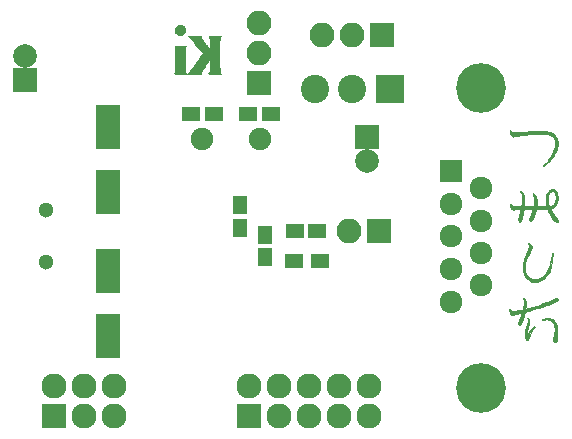
<source format=gbs>
G04 #@! TF.GenerationSoftware,KiCad,Pcbnew,(2017-05-12 revision b823d0b78)-makepkg*
G04 #@! TF.CreationDate,2017-05-13T13:58:34+02:00*
G04 #@! TF.ProjectId,avrIspMk2Clone,6176724973704D6B32436C6F6E652E6B,1.0*
G04 #@! TF.FileFunction,Soldermask,Bot*
G04 #@! TF.FilePolarity,Negative*
%FSLAX46Y46*%
G04 Gerber Fmt 4.6, Leading zero omitted, Abs format (unit mm)*
G04 Created by KiCad (PCBNEW (2017-05-12 revision b823d0b78)-makepkg) date 05/13/17 13:58:34*
%MOMM*%
%LPD*%
G01*
G04 APERTURE LIST*
%ADD10C,0.100000*%
%ADD11C,0.010000*%
%ADD12O,2.100000X2.100000*%
%ADD13R,2.100000X2.100000*%
%ADD14O,2.127200X2.127200*%
%ADD15R,2.127200X2.127200*%
%ADD16C,1.900000*%
%ADD17R,2.000000X2.000000*%
%ADD18C,2.000000*%
%ADD19R,2.100000X3.700000*%
%ADD20C,4.210000*%
%ADD21R,1.920000X1.920000*%
%ADD22C,1.920000*%
%ADD23C,1.300000*%
%ADD24C,2.400000*%
%ADD25R,2.400000X2.400000*%
%ADD26R,1.600000X1.150000*%
%ADD27R,1.150000X1.600000*%
%ADD28R,1.600000X1.300000*%
G04 APERTURE END LIST*
D10*
D11*
G36*
X97747253Y-88036400D02*
X97201941Y-88036400D01*
X97400721Y-88237787D01*
X97730429Y-88600691D01*
X97944849Y-88874815D01*
X98023297Y-88978400D01*
X98117856Y-89098529D01*
X98217950Y-89222202D01*
X98313002Y-89336419D01*
X98392434Y-89428181D01*
X98417532Y-89455760D01*
X98498964Y-89543212D01*
X98429006Y-89634356D01*
X98293564Y-89823604D01*
X98206022Y-89963050D01*
X98151152Y-90045286D01*
X98089876Y-90124612D01*
X98084727Y-90130607D01*
X98015778Y-90213581D01*
X97935253Y-90316137D01*
X97852058Y-90426288D01*
X97775098Y-90532047D01*
X97713281Y-90621425D01*
X97677624Y-90678547D01*
X97642543Y-90731596D01*
X97584014Y-90810062D01*
X97512180Y-90901252D01*
X97437185Y-90992472D01*
X97369172Y-91071032D01*
X97332800Y-91110020D01*
X97308911Y-91136081D01*
X97266637Y-91183406D01*
X97258523Y-91192570D01*
X97196945Y-91262200D01*
X98323400Y-91262200D01*
X98323400Y-91183923D01*
X98340163Y-91107395D01*
X98387393Y-91002149D01*
X98460507Y-90876239D01*
X98554919Y-90737716D01*
X98642458Y-90623533D01*
X98713732Y-90531313D01*
X98779053Y-90440269D01*
X98826223Y-90367535D01*
X98832329Y-90356833D01*
X98872371Y-90290434D01*
X98907658Y-90242284D01*
X98916301Y-90233500D01*
X98950862Y-90194816D01*
X98991085Y-90138250D01*
X99028774Y-90090093D01*
X99059285Y-90068487D01*
X99060586Y-90068400D01*
X99069462Y-90093091D01*
X99076582Y-90164381D01*
X99081736Y-90278092D01*
X99084717Y-90430044D01*
X99085400Y-90564961D01*
X99084716Y-90744263D01*
X99082305Y-90880270D01*
X99077625Y-90980475D01*
X99070137Y-91052369D01*
X99059302Y-91103443D01*
X99044579Y-91141188D01*
X99043756Y-91142811D01*
X99008283Y-91202491D01*
X98976777Y-91240618D01*
X98973906Y-91242761D01*
X98989403Y-91248323D01*
X99048753Y-91253262D01*
X99145014Y-91257312D01*
X99271241Y-91260207D01*
X99420489Y-91261682D01*
X99472206Y-91261811D01*
X99998711Y-91262200D01*
X99969032Y-91192350D01*
X99940859Y-91133758D01*
X99918776Y-91098370D01*
X99914943Y-91069142D01*
X99911343Y-90993781D01*
X99908041Y-90876951D01*
X99905104Y-90723317D01*
X99902601Y-90537546D01*
X99900596Y-90324302D01*
X99899158Y-90088251D01*
X99898353Y-89834059D01*
X99898201Y-89662290D01*
X99898259Y-89358311D01*
X99898530Y-89100912D01*
X99899154Y-88885874D01*
X99900274Y-88708978D01*
X99902031Y-88566004D01*
X99904567Y-88452733D01*
X99908024Y-88364945D01*
X99912543Y-88298421D01*
X99918267Y-88248941D01*
X99925338Y-88212286D01*
X99933896Y-88184237D01*
X99944084Y-88160574D01*
X99949001Y-88150699D01*
X99979756Y-88088869D01*
X99997810Y-88049660D01*
X99999801Y-88043729D01*
X99975665Y-88041507D01*
X99908312Y-88039556D01*
X99805328Y-88037984D01*
X99674294Y-88036901D01*
X99522795Y-88036415D01*
X99489083Y-88036400D01*
X99315940Y-88036664D01*
X99187371Y-88037831D01*
X99097154Y-88040464D01*
X99039063Y-88045123D01*
X99006876Y-88052372D01*
X98994368Y-88062772D01*
X98995314Y-88076885D01*
X98996836Y-88080850D01*
X99030195Y-88169673D01*
X99054261Y-88258181D01*
X99070420Y-88357141D01*
X99080058Y-88477321D01*
X99084560Y-88629488D01*
X99085400Y-88769088D01*
X99085401Y-89188904D01*
X99009201Y-89115900D01*
X98961587Y-89065557D01*
X98935006Y-89028278D01*
X98933000Y-89021483D01*
X98917863Y-88995550D01*
X98878372Y-88942128D01*
X98823412Y-88872145D01*
X98761868Y-88796529D01*
X98702623Y-88726209D01*
X98654561Y-88672114D01*
X98627761Y-88646000D01*
X98605439Y-88618734D01*
X98567064Y-88562630D01*
X98539198Y-88519000D01*
X98480995Y-88431298D01*
X98418049Y-88344698D01*
X98395701Y-88316362D01*
X98350987Y-88249736D01*
X98325592Y-88188643D01*
X98323400Y-88172390D01*
X98322878Y-88128677D01*
X98317209Y-88095502D01*
X98300238Y-88071412D01*
X98265811Y-88054955D01*
X98207774Y-88044677D01*
X98119972Y-88039127D01*
X97996250Y-88036851D01*
X97830455Y-88036396D01*
X97747253Y-88036400D01*
X97747253Y-88036400D01*
G37*
X97747253Y-88036400D02*
X97201941Y-88036400D01*
X97400721Y-88237787D01*
X97730429Y-88600691D01*
X97944849Y-88874815D01*
X98023297Y-88978400D01*
X98117856Y-89098529D01*
X98217950Y-89222202D01*
X98313002Y-89336419D01*
X98392434Y-89428181D01*
X98417532Y-89455760D01*
X98498964Y-89543212D01*
X98429006Y-89634356D01*
X98293564Y-89823604D01*
X98206022Y-89963050D01*
X98151152Y-90045286D01*
X98089876Y-90124612D01*
X98084727Y-90130607D01*
X98015778Y-90213581D01*
X97935253Y-90316137D01*
X97852058Y-90426288D01*
X97775098Y-90532047D01*
X97713281Y-90621425D01*
X97677624Y-90678547D01*
X97642543Y-90731596D01*
X97584014Y-90810062D01*
X97512180Y-90901252D01*
X97437185Y-90992472D01*
X97369172Y-91071032D01*
X97332800Y-91110020D01*
X97308911Y-91136081D01*
X97266637Y-91183406D01*
X97258523Y-91192570D01*
X97196945Y-91262200D01*
X98323400Y-91262200D01*
X98323400Y-91183923D01*
X98340163Y-91107395D01*
X98387393Y-91002149D01*
X98460507Y-90876239D01*
X98554919Y-90737716D01*
X98642458Y-90623533D01*
X98713732Y-90531313D01*
X98779053Y-90440269D01*
X98826223Y-90367535D01*
X98832329Y-90356833D01*
X98872371Y-90290434D01*
X98907658Y-90242284D01*
X98916301Y-90233500D01*
X98950862Y-90194816D01*
X98991085Y-90138250D01*
X99028774Y-90090093D01*
X99059285Y-90068487D01*
X99060586Y-90068400D01*
X99069462Y-90093091D01*
X99076582Y-90164381D01*
X99081736Y-90278092D01*
X99084717Y-90430044D01*
X99085400Y-90564961D01*
X99084716Y-90744263D01*
X99082305Y-90880270D01*
X99077625Y-90980475D01*
X99070137Y-91052369D01*
X99059302Y-91103443D01*
X99044579Y-91141188D01*
X99043756Y-91142811D01*
X99008283Y-91202491D01*
X98976777Y-91240618D01*
X98973906Y-91242761D01*
X98989403Y-91248323D01*
X99048753Y-91253262D01*
X99145014Y-91257312D01*
X99271241Y-91260207D01*
X99420489Y-91261682D01*
X99472206Y-91261811D01*
X99998711Y-91262200D01*
X99969032Y-91192350D01*
X99940859Y-91133758D01*
X99918776Y-91098370D01*
X99914943Y-91069142D01*
X99911343Y-90993781D01*
X99908041Y-90876951D01*
X99905104Y-90723317D01*
X99902601Y-90537546D01*
X99900596Y-90324302D01*
X99899158Y-90088251D01*
X99898353Y-89834059D01*
X99898201Y-89662290D01*
X99898259Y-89358311D01*
X99898530Y-89100912D01*
X99899154Y-88885874D01*
X99900274Y-88708978D01*
X99902031Y-88566004D01*
X99904567Y-88452733D01*
X99908024Y-88364945D01*
X99912543Y-88298421D01*
X99918267Y-88248941D01*
X99925338Y-88212286D01*
X99933896Y-88184237D01*
X99944084Y-88160574D01*
X99949001Y-88150699D01*
X99979756Y-88088869D01*
X99997810Y-88049660D01*
X99999801Y-88043729D01*
X99975665Y-88041507D01*
X99908312Y-88039556D01*
X99805328Y-88037984D01*
X99674294Y-88036901D01*
X99522795Y-88036415D01*
X99489083Y-88036400D01*
X99315940Y-88036664D01*
X99187371Y-88037831D01*
X99097154Y-88040464D01*
X99039063Y-88045123D01*
X99006876Y-88052372D01*
X98994368Y-88062772D01*
X98995314Y-88076885D01*
X98996836Y-88080850D01*
X99030195Y-88169673D01*
X99054261Y-88258181D01*
X99070420Y-88357141D01*
X99080058Y-88477321D01*
X99084560Y-88629488D01*
X99085400Y-88769088D01*
X99085401Y-89188904D01*
X99009201Y-89115900D01*
X98961587Y-89065557D01*
X98935006Y-89028278D01*
X98933000Y-89021483D01*
X98917863Y-88995550D01*
X98878372Y-88942128D01*
X98823412Y-88872145D01*
X98761868Y-88796529D01*
X98702623Y-88726209D01*
X98654561Y-88672114D01*
X98627761Y-88646000D01*
X98605439Y-88618734D01*
X98567064Y-88562630D01*
X98539198Y-88519000D01*
X98480995Y-88431298D01*
X98418049Y-88344698D01*
X98395701Y-88316362D01*
X98350987Y-88249736D01*
X98325592Y-88188643D01*
X98323400Y-88172390D01*
X98322878Y-88128677D01*
X98317209Y-88095502D01*
X98300238Y-88071412D01*
X98265811Y-88054955D01*
X98207774Y-88044677D01*
X98119972Y-88039127D01*
X97996250Y-88036851D01*
X97830455Y-88036396D01*
X97747253Y-88036400D01*
G36*
X96164400Y-90000045D02*
X96164179Y-90271528D01*
X96163417Y-90496618D01*
X96161974Y-90679721D01*
X96159706Y-90825240D01*
X96156469Y-90937583D01*
X96152122Y-91021155D01*
X96146520Y-91080359D01*
X96139522Y-91119603D01*
X96130984Y-91143292D01*
X96127108Y-91149395D01*
X96100822Y-91186943D01*
X96090109Y-91215085D01*
X96100290Y-91235174D01*
X96136688Y-91248563D01*
X96204624Y-91256605D01*
X96309422Y-91260653D01*
X96456402Y-91262060D01*
X96570800Y-91262200D01*
X96721082Y-91261515D01*
X96852273Y-91259608D01*
X96956573Y-91256702D01*
X97026181Y-91253017D01*
X97053295Y-91248776D01*
X97053400Y-91248488D01*
X97042845Y-91219454D01*
X97016274Y-91162509D01*
X97002600Y-91135200D01*
X96989734Y-91107760D01*
X96979241Y-91077394D01*
X96970880Y-91038920D01*
X96964409Y-90987155D01*
X96959589Y-90916918D01*
X96956178Y-90823027D01*
X96953935Y-90700301D01*
X96952619Y-90543559D01*
X96951990Y-90347617D01*
X96951805Y-90107296D01*
X96951800Y-90042750D01*
X96952053Y-89785269D01*
X96952929Y-89573749D01*
X96954604Y-89403351D01*
X96957252Y-89269238D01*
X96961050Y-89166571D01*
X96966173Y-89090513D01*
X96972797Y-89036226D01*
X96981097Y-88998872D01*
X96990553Y-88974938D01*
X97029305Y-88900000D01*
X96164400Y-88900000D01*
X96164400Y-90000045D01*
X96164400Y-90000045D01*
G37*
X96164400Y-90000045D02*
X96164179Y-90271528D01*
X96163417Y-90496618D01*
X96161974Y-90679721D01*
X96159706Y-90825240D01*
X96156469Y-90937583D01*
X96152122Y-91021155D01*
X96146520Y-91080359D01*
X96139522Y-91119603D01*
X96130984Y-91143292D01*
X96127108Y-91149395D01*
X96100822Y-91186943D01*
X96090109Y-91215085D01*
X96100290Y-91235174D01*
X96136688Y-91248563D01*
X96204624Y-91256605D01*
X96309422Y-91260653D01*
X96456402Y-91262060D01*
X96570800Y-91262200D01*
X96721082Y-91261515D01*
X96852273Y-91259608D01*
X96956573Y-91256702D01*
X97026181Y-91253017D01*
X97053295Y-91248776D01*
X97053400Y-91248488D01*
X97042845Y-91219454D01*
X97016274Y-91162509D01*
X97002600Y-91135200D01*
X96989734Y-91107760D01*
X96979241Y-91077394D01*
X96970880Y-91038920D01*
X96964409Y-90987155D01*
X96959589Y-90916918D01*
X96956178Y-90823027D01*
X96953935Y-90700301D01*
X96952619Y-90543559D01*
X96951990Y-90347617D01*
X96951805Y-90107296D01*
X96951800Y-90042750D01*
X96952053Y-89785269D01*
X96952929Y-89573749D01*
X96954604Y-89403351D01*
X96957252Y-89269238D01*
X96961050Y-89166571D01*
X96966173Y-89090513D01*
X96972797Y-89036226D01*
X96981097Y-88998872D01*
X96990553Y-88974938D01*
X97029305Y-88900000D01*
X96164400Y-88900000D01*
X96164400Y-90000045D01*
G36*
X96405059Y-87133960D02*
X96287455Y-87200395D01*
X96193977Y-87303045D01*
X96150188Y-87389124D01*
X96119578Y-87527614D01*
X96128679Y-87665591D01*
X96176027Y-87787084D01*
X96188412Y-87805850D01*
X96278851Y-87893408D01*
X96397729Y-87953553D01*
X96530667Y-87983418D01*
X96663287Y-87980134D01*
X96781210Y-87940832D01*
X96801994Y-87928244D01*
X96884263Y-87849394D01*
X96952086Y-87740770D01*
X96994253Y-87623295D01*
X97002600Y-87553799D01*
X96983326Y-87444575D01*
X96932810Y-87330110D01*
X96862018Y-87231158D01*
X96806358Y-87182295D01*
X96674139Y-87121876D01*
X96537163Y-87106776D01*
X96405059Y-87133960D01*
X96405059Y-87133960D01*
G37*
X96405059Y-87133960D02*
X96287455Y-87200395D01*
X96193977Y-87303045D01*
X96150188Y-87389124D01*
X96119578Y-87527614D01*
X96128679Y-87665591D01*
X96176027Y-87787084D01*
X96188412Y-87805850D01*
X96278851Y-87893408D01*
X96397729Y-87953553D01*
X96530667Y-87983418D01*
X96663287Y-87980134D01*
X96781210Y-87940832D01*
X96801994Y-87928244D01*
X96884263Y-87849394D01*
X96952086Y-87740770D01*
X96994253Y-87623295D01*
X97002600Y-87553799D01*
X96983326Y-87444575D01*
X96932810Y-87330110D01*
X96862018Y-87231158D01*
X96806358Y-87182295D01*
X96674139Y-87121876D01*
X96537163Y-87106776D01*
X96405059Y-87133960D01*
D10*
G36*
X125949654Y-113848591D02*
X125969947Y-113843697D01*
X125990093Y-113827890D01*
X126011025Y-113799481D01*
X126033675Y-113756783D01*
X126058975Y-113698105D01*
X126087857Y-113621760D01*
X126110666Y-113557017D01*
X126191600Y-113342708D01*
X126280536Y-113146616D01*
X126378360Y-112967012D01*
X126485958Y-112802169D01*
X126524380Y-112749897D01*
X126548589Y-112717092D01*
X126566859Y-112690766D01*
X126576132Y-112675378D01*
X126576702Y-112673562D01*
X126568395Y-112663993D01*
X126548740Y-112651377D01*
X126535568Y-112645263D01*
X126523997Y-112644680D01*
X126510433Y-112651912D01*
X126491283Y-112669240D01*
X126462953Y-112698947D01*
X126447363Y-112715762D01*
X126360903Y-112811057D01*
X126280829Y-112902961D01*
X126209538Y-112988607D01*
X126149429Y-113065125D01*
X126109928Y-113119388D01*
X126079931Y-113161793D01*
X126051798Y-113200063D01*
X126029143Y-113229359D01*
X126017711Y-113242756D01*
X125999568Y-113259260D01*
X125985699Y-113261216D01*
X125970067Y-113252562D01*
X125958535Y-113242793D01*
X125951624Y-113229175D01*
X125948239Y-113206684D01*
X125947282Y-113170292D01*
X125947350Y-113148364D01*
X125948774Y-113110980D01*
X125952981Y-113070880D01*
X125960657Y-113024260D01*
X125972486Y-112967314D01*
X125989154Y-112896239D01*
X126002381Y-112842755D01*
X126035047Y-112708927D01*
X126061233Y-112592677D01*
X126081116Y-112491485D01*
X126094872Y-112402826D01*
X126102678Y-112324178D01*
X126104710Y-112253019D01*
X126101144Y-112186824D01*
X126092157Y-112123073D01*
X126077925Y-112059241D01*
X126061211Y-112001030D01*
X126048577Y-111963565D01*
X126037707Y-111942847D01*
X126025109Y-111935112D01*
X126007297Y-111936593D01*
X126002562Y-111937723D01*
X125975923Y-111944409D01*
X125996703Y-112009777D01*
X126006688Y-112048980D01*
X126012072Y-112091328D01*
X126012496Y-112138740D01*
X126007599Y-112193135D01*
X125997023Y-112256429D01*
X125980408Y-112330543D01*
X125957395Y-112417393D01*
X125927623Y-112518898D01*
X125890733Y-112636977D01*
X125863143Y-112722374D01*
X125830031Y-112824665D01*
X125803192Y-112910128D01*
X125781970Y-112981944D01*
X125765708Y-113043295D01*
X125753750Y-113097362D01*
X125745437Y-113147326D01*
X125740114Y-113196369D01*
X125737125Y-113247672D01*
X125735811Y-113304415D01*
X125735560Y-113340379D01*
X125735686Y-113409162D01*
X125736894Y-113461729D01*
X125739648Y-113503028D01*
X125744408Y-113538011D01*
X125751637Y-113571626D01*
X125760029Y-113602689D01*
X125786047Y-113676515D01*
X125818200Y-113740278D01*
X125854585Y-113791510D01*
X125893299Y-113827742D01*
X125932439Y-113846505D01*
X125949654Y-113848591D01*
X125949654Y-113848591D01*
X125949654Y-113848591D01*
G37*
X125949654Y-113848591D02*
X125969947Y-113843697D01*
X125990093Y-113827890D01*
X126011025Y-113799481D01*
X126033675Y-113756783D01*
X126058975Y-113698105D01*
X126087857Y-113621760D01*
X126110666Y-113557017D01*
X126191600Y-113342708D01*
X126280536Y-113146616D01*
X126378360Y-112967012D01*
X126485958Y-112802169D01*
X126524380Y-112749897D01*
X126548589Y-112717092D01*
X126566859Y-112690766D01*
X126576132Y-112675378D01*
X126576702Y-112673562D01*
X126568395Y-112663993D01*
X126548740Y-112651377D01*
X126535568Y-112645263D01*
X126523997Y-112644680D01*
X126510433Y-112651912D01*
X126491283Y-112669240D01*
X126462953Y-112698947D01*
X126447363Y-112715762D01*
X126360903Y-112811057D01*
X126280829Y-112902961D01*
X126209538Y-112988607D01*
X126149429Y-113065125D01*
X126109928Y-113119388D01*
X126079931Y-113161793D01*
X126051798Y-113200063D01*
X126029143Y-113229359D01*
X126017711Y-113242756D01*
X125999568Y-113259260D01*
X125985699Y-113261216D01*
X125970067Y-113252562D01*
X125958535Y-113242793D01*
X125951624Y-113229175D01*
X125948239Y-113206684D01*
X125947282Y-113170292D01*
X125947350Y-113148364D01*
X125948774Y-113110980D01*
X125952981Y-113070880D01*
X125960657Y-113024260D01*
X125972486Y-112967314D01*
X125989154Y-112896239D01*
X126002381Y-112842755D01*
X126035047Y-112708927D01*
X126061233Y-112592677D01*
X126081116Y-112491485D01*
X126094872Y-112402826D01*
X126102678Y-112324178D01*
X126104710Y-112253019D01*
X126101144Y-112186824D01*
X126092157Y-112123073D01*
X126077925Y-112059241D01*
X126061211Y-112001030D01*
X126048577Y-111963565D01*
X126037707Y-111942847D01*
X126025109Y-111935112D01*
X126007297Y-111936593D01*
X126002562Y-111937723D01*
X125975923Y-111944409D01*
X125996703Y-112009777D01*
X126006688Y-112048980D01*
X126012072Y-112091328D01*
X126012496Y-112138740D01*
X126007599Y-112193135D01*
X125997023Y-112256429D01*
X125980408Y-112330543D01*
X125957395Y-112417393D01*
X125927623Y-112518898D01*
X125890733Y-112636977D01*
X125863143Y-112722374D01*
X125830031Y-112824665D01*
X125803192Y-112910128D01*
X125781970Y-112981944D01*
X125765708Y-113043295D01*
X125753750Y-113097362D01*
X125745437Y-113147326D01*
X125740114Y-113196369D01*
X125737125Y-113247672D01*
X125735811Y-113304415D01*
X125735560Y-113340379D01*
X125735686Y-113409162D01*
X125736894Y-113461729D01*
X125739648Y-113503028D01*
X125744408Y-113538011D01*
X125751637Y-113571626D01*
X125760029Y-113602689D01*
X125786047Y-113676515D01*
X125818200Y-113740278D01*
X125854585Y-113791510D01*
X125893299Y-113827742D01*
X125932439Y-113846505D01*
X125949654Y-113848591D01*
X125949654Y-113848591D01*
G36*
X126518469Y-108879811D02*
X126676517Y-108877238D01*
X126832791Y-108853974D01*
X126985616Y-108810504D01*
X127133320Y-108747313D01*
X127274229Y-108664884D01*
X127284288Y-108658069D01*
X127351052Y-108607207D01*
X127424043Y-108542752D01*
X127498741Y-108469357D01*
X127570627Y-108391678D01*
X127635179Y-108314366D01*
X127686922Y-108243516D01*
X127772282Y-108102689D01*
X127847248Y-107951425D01*
X127912163Y-107788446D01*
X127967370Y-107612476D01*
X128013213Y-107422236D01*
X128050033Y-107216450D01*
X128078175Y-106993841D01*
X128097981Y-106753131D01*
X128101019Y-106701863D01*
X128105489Y-106620438D01*
X128108680Y-106557640D01*
X128110548Y-106510959D01*
X128111046Y-106477882D01*
X128110128Y-106455899D01*
X128107747Y-106442497D01*
X128103859Y-106435165D01*
X128098417Y-106431391D01*
X128096043Y-106430411D01*
X128069856Y-106428180D01*
X128053491Y-106444073D01*
X128048398Y-106473241D01*
X128046657Y-106506868D01*
X128041799Y-106557362D01*
X128034377Y-106620735D01*
X128024941Y-106692997D01*
X128014043Y-106770162D01*
X128002235Y-106848239D01*
X127990067Y-106923242D01*
X127978091Y-106991180D01*
X127973371Y-107016034D01*
X127925395Y-107227344D01*
X127866266Y-107427754D01*
X127796630Y-107616340D01*
X127717136Y-107792176D01*
X127628431Y-107954340D01*
X127531162Y-108101905D01*
X127425977Y-108233949D01*
X127313523Y-108349547D01*
X127194447Y-108447774D01*
X127069397Y-108527707D01*
X126939020Y-108588420D01*
X126851983Y-108617068D01*
X126710697Y-108646567D01*
X126574886Y-108655798D01*
X126445395Y-108645154D01*
X126323068Y-108615028D01*
X126208749Y-108565815D01*
X126103281Y-108497907D01*
X126007509Y-108411699D01*
X125922275Y-108307585D01*
X125848425Y-108185958D01*
X125824695Y-108137761D01*
X125792462Y-108062875D01*
X125768556Y-107992755D01*
X125751943Y-107922048D01*
X125741587Y-107845397D01*
X125736454Y-107757450D01*
X125735411Y-107675936D01*
X125735849Y-107604239D01*
X125737312Y-107548224D01*
X125740320Y-107502403D01*
X125745391Y-107461288D01*
X125753044Y-107419393D01*
X125763801Y-107371229D01*
X125764545Y-107368064D01*
X125785497Y-107283635D01*
X125807796Y-107203605D01*
X125832535Y-107125261D01*
X125860810Y-107045890D01*
X125893714Y-106962779D01*
X125932342Y-106873216D01*
X125977787Y-106774487D01*
X126031143Y-106663880D01*
X126093505Y-106538682D01*
X126120756Y-106484815D01*
X126176793Y-106373086D01*
X126222947Y-106277860D01*
X126259944Y-106197315D01*
X126288514Y-106129628D01*
X126309383Y-106072978D01*
X126323280Y-106025543D01*
X126330931Y-105985499D01*
X126333080Y-105953150D01*
X126322718Y-105887171D01*
X126292840Y-105820114D01*
X126244863Y-105754097D01*
X126180205Y-105691238D01*
X126134454Y-105656244D01*
X126102212Y-105634052D01*
X126081931Y-105622621D01*
X126068279Y-105620494D01*
X126055921Y-105626214D01*
X126047379Y-105632452D01*
X126021765Y-105651773D01*
X126055899Y-105686686D01*
X126088256Y-105730326D01*
X126103522Y-105779636D01*
X126102753Y-105838790D01*
X126099519Y-105859265D01*
X126086628Y-105913403D01*
X126064745Y-105985578D01*
X126034211Y-106074820D01*
X125995367Y-106180158D01*
X125948555Y-106300621D01*
X125914968Y-106384231D01*
X125831307Y-106598665D01*
X125760782Y-106798386D01*
X125703089Y-106985048D01*
X125657925Y-107160304D01*
X125624987Y-107325806D01*
X125603971Y-107483208D01*
X125594576Y-107634161D01*
X125596497Y-107780320D01*
X125609431Y-107923336D01*
X125619831Y-107993568D01*
X125654458Y-108149665D01*
X125703992Y-108291099D01*
X125768884Y-108418680D01*
X125849583Y-108533220D01*
X125946540Y-108635528D01*
X126003774Y-108684355D01*
X126117150Y-108762572D01*
X126235534Y-108820530D01*
X126360673Y-108858891D01*
X126494314Y-108878320D01*
X126518469Y-108879811D01*
X126518469Y-108879811D01*
X126518469Y-108879811D01*
G37*
X126518469Y-108879811D02*
X126676517Y-108877238D01*
X126832791Y-108853974D01*
X126985616Y-108810504D01*
X127133320Y-108747313D01*
X127274229Y-108664884D01*
X127284288Y-108658069D01*
X127351052Y-108607207D01*
X127424043Y-108542752D01*
X127498741Y-108469357D01*
X127570627Y-108391678D01*
X127635179Y-108314366D01*
X127686922Y-108243516D01*
X127772282Y-108102689D01*
X127847248Y-107951425D01*
X127912163Y-107788446D01*
X127967370Y-107612476D01*
X128013213Y-107422236D01*
X128050033Y-107216450D01*
X128078175Y-106993841D01*
X128097981Y-106753131D01*
X128101019Y-106701863D01*
X128105489Y-106620438D01*
X128108680Y-106557640D01*
X128110548Y-106510959D01*
X128111046Y-106477882D01*
X128110128Y-106455899D01*
X128107747Y-106442497D01*
X128103859Y-106435165D01*
X128098417Y-106431391D01*
X128096043Y-106430411D01*
X128069856Y-106428180D01*
X128053491Y-106444073D01*
X128048398Y-106473241D01*
X128046657Y-106506868D01*
X128041799Y-106557362D01*
X128034377Y-106620735D01*
X128024941Y-106692997D01*
X128014043Y-106770162D01*
X128002235Y-106848239D01*
X127990067Y-106923242D01*
X127978091Y-106991180D01*
X127973371Y-107016034D01*
X127925395Y-107227344D01*
X127866266Y-107427754D01*
X127796630Y-107616340D01*
X127717136Y-107792176D01*
X127628431Y-107954340D01*
X127531162Y-108101905D01*
X127425977Y-108233949D01*
X127313523Y-108349547D01*
X127194447Y-108447774D01*
X127069397Y-108527707D01*
X126939020Y-108588420D01*
X126851983Y-108617068D01*
X126710697Y-108646567D01*
X126574886Y-108655798D01*
X126445395Y-108645154D01*
X126323068Y-108615028D01*
X126208749Y-108565815D01*
X126103281Y-108497907D01*
X126007509Y-108411699D01*
X125922275Y-108307585D01*
X125848425Y-108185958D01*
X125824695Y-108137761D01*
X125792462Y-108062875D01*
X125768556Y-107992755D01*
X125751943Y-107922048D01*
X125741587Y-107845397D01*
X125736454Y-107757450D01*
X125735411Y-107675936D01*
X125735849Y-107604239D01*
X125737312Y-107548224D01*
X125740320Y-107502403D01*
X125745391Y-107461288D01*
X125753044Y-107419393D01*
X125763801Y-107371229D01*
X125764545Y-107368064D01*
X125785497Y-107283635D01*
X125807796Y-107203605D01*
X125832535Y-107125261D01*
X125860810Y-107045890D01*
X125893714Y-106962779D01*
X125932342Y-106873216D01*
X125977787Y-106774487D01*
X126031143Y-106663880D01*
X126093505Y-106538682D01*
X126120756Y-106484815D01*
X126176793Y-106373086D01*
X126222947Y-106277860D01*
X126259944Y-106197315D01*
X126288514Y-106129628D01*
X126309383Y-106072978D01*
X126323280Y-106025543D01*
X126330931Y-105985499D01*
X126333080Y-105953150D01*
X126322718Y-105887171D01*
X126292840Y-105820114D01*
X126244863Y-105754097D01*
X126180205Y-105691238D01*
X126134454Y-105656244D01*
X126102212Y-105634052D01*
X126081931Y-105622621D01*
X126068279Y-105620494D01*
X126055921Y-105626214D01*
X126047379Y-105632452D01*
X126021765Y-105651773D01*
X126055899Y-105686686D01*
X126088256Y-105730326D01*
X126103522Y-105779636D01*
X126102753Y-105838790D01*
X126099519Y-105859265D01*
X126086628Y-105913403D01*
X126064745Y-105985578D01*
X126034211Y-106074820D01*
X125995367Y-106180158D01*
X125948555Y-106300621D01*
X125914968Y-106384231D01*
X125831307Y-106598665D01*
X125760782Y-106798386D01*
X125703089Y-106985048D01*
X125657925Y-107160304D01*
X125624987Y-107325806D01*
X125603971Y-107483208D01*
X125594576Y-107634161D01*
X125596497Y-107780320D01*
X125609431Y-107923336D01*
X125619831Y-107993568D01*
X125654458Y-108149665D01*
X125703992Y-108291099D01*
X125768884Y-108418680D01*
X125849583Y-108533220D01*
X125946540Y-108635528D01*
X126003774Y-108684355D01*
X126117150Y-108762572D01*
X126235534Y-108820530D01*
X126360673Y-108858891D01*
X126494314Y-108878320D01*
X126518469Y-108879811D01*
X126518469Y-108879811D01*
G36*
X128348196Y-114017995D02*
X128379988Y-114011494D01*
X128407933Y-113991273D01*
X128432401Y-113956256D01*
X128453763Y-113905366D01*
X128472390Y-113837528D01*
X128488653Y-113751664D01*
X128502923Y-113646700D01*
X128514256Y-113536253D01*
X128516896Y-113495902D01*
X128519109Y-113440208D01*
X128520870Y-113373128D01*
X128522155Y-113298618D01*
X128522940Y-113220634D01*
X128523203Y-113143133D01*
X128522919Y-113070071D01*
X128522065Y-113005405D01*
X128520617Y-112953090D01*
X128518551Y-112917084D01*
X128517992Y-112911576D01*
X128494563Y-112752317D01*
X128462886Y-112610941D01*
X128422157Y-112485507D01*
X128371572Y-112374072D01*
X128310326Y-112274696D01*
X128237616Y-112185438D01*
X128202186Y-112149258D01*
X128105307Y-112068200D01*
X128003181Y-112007648D01*
X127895674Y-111967559D01*
X127782653Y-111947890D01*
X127663984Y-111948598D01*
X127602105Y-111956645D01*
X127509741Y-111976196D01*
X127410972Y-112003742D01*
X127315261Y-112036380D01*
X127238436Y-112068225D01*
X127174909Y-112097631D01*
X127202760Y-112115892D01*
X127218211Y-112124843D01*
X127233220Y-112128441D01*
X127253695Y-112126503D01*
X127285546Y-112118849D01*
X127308168Y-112112660D01*
X127431978Y-112084541D01*
X127550922Y-112069649D01*
X127661585Y-112068175D01*
X127760554Y-112080313D01*
X127784385Y-112085834D01*
X127887783Y-112123190D01*
X127982791Y-112178725D01*
X128067104Y-112250336D01*
X128138419Y-112335922D01*
X128194432Y-112433378D01*
X128212604Y-112476714D01*
X128235430Y-112543427D01*
X128252383Y-112608659D01*
X128264143Y-112677185D01*
X128271390Y-112753784D01*
X128274805Y-112843232D01*
X128275276Y-112916870D01*
X128274497Y-112992884D01*
X128272245Y-113058963D01*
X128267902Y-113119492D01*
X128260849Y-113178853D01*
X128250469Y-113241429D01*
X128236143Y-113311606D01*
X128217255Y-113393765D01*
X128195428Y-113483248D01*
X128174444Y-113570861D01*
X128159453Y-113641395D01*
X128150128Y-113697982D01*
X128146146Y-113743754D01*
X128147178Y-113781842D01*
X128152900Y-113815380D01*
X128158759Y-113835564D01*
X128182433Y-113886903D01*
X128216325Y-113934630D01*
X128256416Y-113974872D01*
X128298685Y-114003757D01*
X128339111Y-114017414D01*
X128348196Y-114017995D01*
X128348196Y-114017995D01*
X128348196Y-114017995D01*
G37*
X128348196Y-114017995D02*
X128379988Y-114011494D01*
X128407933Y-113991273D01*
X128432401Y-113956256D01*
X128453763Y-113905366D01*
X128472390Y-113837528D01*
X128488653Y-113751664D01*
X128502923Y-113646700D01*
X128514256Y-113536253D01*
X128516896Y-113495902D01*
X128519109Y-113440208D01*
X128520870Y-113373128D01*
X128522155Y-113298618D01*
X128522940Y-113220634D01*
X128523203Y-113143133D01*
X128522919Y-113070071D01*
X128522065Y-113005405D01*
X128520617Y-112953090D01*
X128518551Y-112917084D01*
X128517992Y-112911576D01*
X128494563Y-112752317D01*
X128462886Y-112610941D01*
X128422157Y-112485507D01*
X128371572Y-112374072D01*
X128310326Y-112274696D01*
X128237616Y-112185438D01*
X128202186Y-112149258D01*
X128105307Y-112068200D01*
X128003181Y-112007648D01*
X127895674Y-111967559D01*
X127782653Y-111947890D01*
X127663984Y-111948598D01*
X127602105Y-111956645D01*
X127509741Y-111976196D01*
X127410972Y-112003742D01*
X127315261Y-112036380D01*
X127238436Y-112068225D01*
X127174909Y-112097631D01*
X127202760Y-112115892D01*
X127218211Y-112124843D01*
X127233220Y-112128441D01*
X127253695Y-112126503D01*
X127285546Y-112118849D01*
X127308168Y-112112660D01*
X127431978Y-112084541D01*
X127550922Y-112069649D01*
X127661585Y-112068175D01*
X127760554Y-112080313D01*
X127784385Y-112085834D01*
X127887783Y-112123190D01*
X127982791Y-112178725D01*
X128067104Y-112250336D01*
X128138419Y-112335922D01*
X128194432Y-112433378D01*
X128212604Y-112476714D01*
X128235430Y-112543427D01*
X128252383Y-112608659D01*
X128264143Y-112677185D01*
X128271390Y-112753784D01*
X128274805Y-112843232D01*
X128275276Y-112916870D01*
X128274497Y-112992884D01*
X128272245Y-113058963D01*
X128267902Y-113119492D01*
X128260849Y-113178853D01*
X128250469Y-113241429D01*
X128236143Y-113311606D01*
X128217255Y-113393765D01*
X128195428Y-113483248D01*
X128174444Y-113570861D01*
X128159453Y-113641395D01*
X128150128Y-113697982D01*
X128146146Y-113743754D01*
X128147178Y-113781842D01*
X128152900Y-113815380D01*
X128158759Y-113835564D01*
X128182433Y-113886903D01*
X128216325Y-113934630D01*
X128256416Y-113974872D01*
X128298685Y-114003757D01*
X128339111Y-114017414D01*
X128348196Y-114017995D01*
X128348196Y-114017995D01*
G36*
X127317423Y-99091202D02*
X127331437Y-99090240D01*
X127349457Y-99078603D01*
X127406594Y-99034753D01*
X127474840Y-98977756D01*
X127551223Y-98910276D01*
X127632769Y-98834978D01*
X127716505Y-98754529D01*
X127767823Y-98703626D01*
X127894689Y-98571430D01*
X128005382Y-98445383D01*
X128102568Y-98321958D01*
X128188909Y-98197626D01*
X128267070Y-98068861D01*
X128317676Y-97975484D01*
X128400267Y-97798287D01*
X128464347Y-97621641D01*
X128509618Y-97446922D01*
X128535777Y-97275504D01*
X128542527Y-97108762D01*
X128534211Y-96983586D01*
X128510444Y-96850651D01*
X128471490Y-96724738D01*
X128418670Y-96608324D01*
X128353303Y-96503890D01*
X128276710Y-96413913D01*
X128193053Y-96342877D01*
X128098406Y-96283953D01*
X127993055Y-96234330D01*
X127875294Y-96193548D01*
X127743415Y-96161146D01*
X127595710Y-96136665D01*
X127430472Y-96119643D01*
X127344313Y-96113980D01*
X127250180Y-96110533D01*
X127137718Y-96109363D01*
X127009635Y-96110330D01*
X126868640Y-96113296D01*
X126717441Y-96118123D01*
X126558746Y-96124674D01*
X126395263Y-96132810D01*
X126229702Y-96142394D01*
X126064770Y-96153286D01*
X125903176Y-96165349D01*
X125747628Y-96178445D01*
X125600835Y-96192436D01*
X125465505Y-96207183D01*
X125427932Y-96211687D01*
X125329006Y-96222445D01*
X125233430Y-96229691D01*
X125133302Y-96233874D01*
X125020718Y-96235444D01*
X125009716Y-96235472D01*
X124933670Y-96235475D01*
X124875397Y-96234989D01*
X124831497Y-96233734D01*
X124798569Y-96231428D01*
X124773211Y-96227791D01*
X124752023Y-96222540D01*
X124731603Y-96215395D01*
X124722313Y-96211711D01*
X124652352Y-96177125D01*
X124594844Y-96135885D01*
X124554002Y-96091054D01*
X124551898Y-96087893D01*
X124527502Y-96061826D01*
X124501952Y-96056867D01*
X124478024Y-96070497D01*
X124476270Y-96084057D01*
X124479408Y-96113512D01*
X124486480Y-96154406D01*
X124496529Y-96202283D01*
X124508595Y-96252687D01*
X124521720Y-96301161D01*
X124534946Y-96343251D01*
X124539247Y-96355184D01*
X124571405Y-96424423D01*
X124611207Y-96484472D01*
X124655453Y-96531166D01*
X124694843Y-96557577D01*
X124738599Y-96572818D01*
X124790779Y-96579186D01*
X124854869Y-96576761D01*
X124934355Y-96565627D01*
X124946189Y-96563510D01*
X125196969Y-96519270D01*
X125431397Y-96481376D01*
X125653207Y-96449471D01*
X125866133Y-96423195D01*
X126073910Y-96402190D01*
X126280270Y-96386098D01*
X126488950Y-96374560D01*
X126703681Y-96367218D01*
X126928199Y-96363714D01*
X127031975Y-96363294D01*
X127157149Y-96363419D01*
X127263813Y-96364154D01*
X127354629Y-96365704D01*
X127432258Y-96368275D01*
X127499362Y-96372070D01*
X127558603Y-96377296D01*
X127612642Y-96384158D01*
X127664141Y-96392860D01*
X127715761Y-96403607D01*
X127770165Y-96416604D01*
X127790286Y-96421705D01*
X127915305Y-96462722D01*
X128024241Y-96517381D01*
X128116965Y-96585400D01*
X128193346Y-96666497D01*
X128253255Y-96760387D01*
X128296562Y-96866790D01*
X128323136Y-96985421D01*
X128332847Y-97115998D01*
X128325566Y-97258238D01*
X128301163Y-97411859D01*
X128282551Y-97492647D01*
X128227454Y-97673836D01*
X128152962Y-97859539D01*
X128059988Y-98048268D01*
X127949444Y-98238533D01*
X127822242Y-98428844D01*
X127679294Y-98617713D01*
X127521512Y-98803650D01*
X127399332Y-98934773D01*
X127354485Y-98981218D01*
X127322675Y-99014929D01*
X127302203Y-99038379D01*
X127291371Y-99054041D01*
X127288479Y-99064388D01*
X127291828Y-99071893D01*
X127299721Y-99079030D01*
X127300052Y-99079297D01*
X127317423Y-99091202D01*
X127317423Y-99091202D01*
X127317423Y-99091202D01*
G37*
X127317423Y-99091202D02*
X127331437Y-99090240D01*
X127349457Y-99078603D01*
X127406594Y-99034753D01*
X127474840Y-98977756D01*
X127551223Y-98910276D01*
X127632769Y-98834978D01*
X127716505Y-98754529D01*
X127767823Y-98703626D01*
X127894689Y-98571430D01*
X128005382Y-98445383D01*
X128102568Y-98321958D01*
X128188909Y-98197626D01*
X128267070Y-98068861D01*
X128317676Y-97975484D01*
X128400267Y-97798287D01*
X128464347Y-97621641D01*
X128509618Y-97446922D01*
X128535777Y-97275504D01*
X128542527Y-97108762D01*
X128534211Y-96983586D01*
X128510444Y-96850651D01*
X128471490Y-96724738D01*
X128418670Y-96608324D01*
X128353303Y-96503890D01*
X128276710Y-96413913D01*
X128193053Y-96342877D01*
X128098406Y-96283953D01*
X127993055Y-96234330D01*
X127875294Y-96193548D01*
X127743415Y-96161146D01*
X127595710Y-96136665D01*
X127430472Y-96119643D01*
X127344313Y-96113980D01*
X127250180Y-96110533D01*
X127137718Y-96109363D01*
X127009635Y-96110330D01*
X126868640Y-96113296D01*
X126717441Y-96118123D01*
X126558746Y-96124674D01*
X126395263Y-96132810D01*
X126229702Y-96142394D01*
X126064770Y-96153286D01*
X125903176Y-96165349D01*
X125747628Y-96178445D01*
X125600835Y-96192436D01*
X125465505Y-96207183D01*
X125427932Y-96211687D01*
X125329006Y-96222445D01*
X125233430Y-96229691D01*
X125133302Y-96233874D01*
X125020718Y-96235444D01*
X125009716Y-96235472D01*
X124933670Y-96235475D01*
X124875397Y-96234989D01*
X124831497Y-96233734D01*
X124798569Y-96231428D01*
X124773211Y-96227791D01*
X124752023Y-96222540D01*
X124731603Y-96215395D01*
X124722313Y-96211711D01*
X124652352Y-96177125D01*
X124594844Y-96135885D01*
X124554002Y-96091054D01*
X124551898Y-96087893D01*
X124527502Y-96061826D01*
X124501952Y-96056867D01*
X124478024Y-96070497D01*
X124476270Y-96084057D01*
X124479408Y-96113512D01*
X124486480Y-96154406D01*
X124496529Y-96202283D01*
X124508595Y-96252687D01*
X124521720Y-96301161D01*
X124534946Y-96343251D01*
X124539247Y-96355184D01*
X124571405Y-96424423D01*
X124611207Y-96484472D01*
X124655453Y-96531166D01*
X124694843Y-96557577D01*
X124738599Y-96572818D01*
X124790779Y-96579186D01*
X124854869Y-96576761D01*
X124934355Y-96565627D01*
X124946189Y-96563510D01*
X125196969Y-96519270D01*
X125431397Y-96481376D01*
X125653207Y-96449471D01*
X125866133Y-96423195D01*
X126073910Y-96402190D01*
X126280270Y-96386098D01*
X126488950Y-96374560D01*
X126703681Y-96367218D01*
X126928199Y-96363714D01*
X127031975Y-96363294D01*
X127157149Y-96363419D01*
X127263813Y-96364154D01*
X127354629Y-96365704D01*
X127432258Y-96368275D01*
X127499362Y-96372070D01*
X127558603Y-96377296D01*
X127612642Y-96384158D01*
X127664141Y-96392860D01*
X127715761Y-96403607D01*
X127770165Y-96416604D01*
X127790286Y-96421705D01*
X127915305Y-96462722D01*
X128024241Y-96517381D01*
X128116965Y-96585400D01*
X128193346Y-96666497D01*
X128253255Y-96760387D01*
X128296562Y-96866790D01*
X128323136Y-96985421D01*
X128332847Y-97115998D01*
X128325566Y-97258238D01*
X128301163Y-97411859D01*
X128282551Y-97492647D01*
X128227454Y-97673836D01*
X128152962Y-97859539D01*
X128059988Y-98048268D01*
X127949444Y-98238533D01*
X127822242Y-98428844D01*
X127679294Y-98617713D01*
X127521512Y-98803650D01*
X127399332Y-98934773D01*
X127354485Y-98981218D01*
X127322675Y-99014929D01*
X127302203Y-99038379D01*
X127291371Y-99054041D01*
X127288479Y-99064388D01*
X127291828Y-99071893D01*
X127299721Y-99079030D01*
X127300052Y-99079297D01*
X127317423Y-99091202D01*
X127317423Y-99091202D01*
G36*
X125342305Y-112512693D02*
X125364500Y-112505541D01*
X125390189Y-112486607D01*
X125396334Y-112481292D01*
X125431275Y-112441221D01*
X125467848Y-112381392D01*
X125505588Y-112303118D01*
X125544027Y-112207710D01*
X125582698Y-112096481D01*
X125621135Y-111970744D01*
X125658870Y-111831813D01*
X125695436Y-111680998D01*
X125719032Y-111574041D01*
X125730254Y-111522222D01*
X125740172Y-111478351D01*
X125747871Y-111446335D01*
X125752436Y-111430081D01*
X125753018Y-111428896D01*
X125763690Y-111425271D01*
X125792754Y-111416416D01*
X125838239Y-111402909D01*
X125898172Y-111385324D01*
X125970581Y-111364237D01*
X126053496Y-111340225D01*
X126144942Y-111313864D01*
X126242949Y-111285730D01*
X126254221Y-111282501D01*
X126514693Y-111207073D01*
X126756182Y-111135341D01*
X126980445Y-111066711D01*
X127189234Y-111000591D01*
X127384306Y-110936388D01*
X127567414Y-110873511D01*
X127740314Y-110811365D01*
X127904759Y-110749360D01*
X128062506Y-110686901D01*
X128215308Y-110623397D01*
X128250540Y-110608322D01*
X128341726Y-110567939D01*
X128414256Y-110533142D01*
X128469650Y-110503084D01*
X128509426Y-110476917D01*
X128535104Y-110453795D01*
X128541042Y-110446264D01*
X128551073Y-110421445D01*
X128556365Y-110387872D01*
X128556610Y-110379690D01*
X128553257Y-110346469D01*
X128539948Y-110322909D01*
X128524797Y-110308573D01*
X128477385Y-110282433D01*
X128417980Y-110273546D01*
X128346923Y-110281954D01*
X128333073Y-110285269D01*
X128314418Y-110290147D01*
X128296830Y-110295195D01*
X128278187Y-110301305D01*
X128256365Y-110309371D01*
X128229241Y-110320283D01*
X128194692Y-110334937D01*
X128150593Y-110354223D01*
X128094822Y-110379036D01*
X128025256Y-110410267D01*
X127939770Y-110448810D01*
X127881160Y-110475272D01*
X127607605Y-110593906D01*
X127324498Y-110707412D01*
X127039332Y-110812938D01*
X126759601Y-110907633D01*
X126671992Y-110935327D01*
X126591088Y-110960021D01*
X126504105Y-110985838D01*
X126413337Y-111012163D01*
X126321074Y-111038378D01*
X126229610Y-111063868D01*
X126141237Y-111088016D01*
X126058248Y-111110206D01*
X125982934Y-111129821D01*
X125917588Y-111146246D01*
X125864502Y-111158863D01*
X125825969Y-111167056D01*
X125804281Y-111170209D01*
X125800435Y-111169668D01*
X125800229Y-111157883D01*
X125803031Y-111129343D01*
X125808354Y-111088179D01*
X125815709Y-111038520D01*
X125816695Y-111032251D01*
X125830067Y-110922479D01*
X125837289Y-110799429D01*
X125838788Y-110719913D01*
X125839014Y-110652726D01*
X125838390Y-110602133D01*
X125836439Y-110563556D01*
X125832685Y-110532416D01*
X125826654Y-110504135D01*
X125817871Y-110474134D01*
X125811131Y-110453553D01*
X125787910Y-110394975D01*
X125758023Y-110335477D01*
X125725011Y-110281179D01*
X125692419Y-110238203D01*
X125677868Y-110223306D01*
X125662946Y-110211664D01*
X125650126Y-110211162D01*
X125631028Y-110222480D01*
X125623607Y-110227723D01*
X125590508Y-110251292D01*
X125616535Y-110279141D01*
X125640878Y-110307194D01*
X125658348Y-110333974D01*
X125670010Y-110363726D01*
X125676930Y-110400695D01*
X125680172Y-110449124D01*
X125680802Y-110513258D01*
X125680656Y-110534627D01*
X125678406Y-110613967D01*
X125672711Y-110691841D01*
X125662955Y-110772487D01*
X125648517Y-110860143D01*
X125628782Y-110959046D01*
X125603130Y-111073434D01*
X125600379Y-111085190D01*
X125588148Y-111137068D01*
X125577700Y-111180921D01*
X125569951Y-111212951D01*
X125565812Y-111229362D01*
X125565400Y-111230692D01*
X125554325Y-111234527D01*
X125525998Y-111241148D01*
X125484057Y-111249872D01*
X125432141Y-111260017D01*
X125373888Y-111270900D01*
X125312935Y-111281838D01*
X125252921Y-111292148D01*
X125197482Y-111301148D01*
X125159608Y-111306841D01*
X125037451Y-111322725D01*
X124933349Y-111332588D01*
X124845031Y-111336341D01*
X124770224Y-111333899D01*
X124706657Y-111325176D01*
X124652058Y-111310085D01*
X124604156Y-111288541D01*
X124598761Y-111285523D01*
X124559314Y-111257694D01*
X124525603Y-111224659D01*
X124515594Y-111211435D01*
X124487306Y-111168689D01*
X124460474Y-111195521D01*
X124445934Y-111211347D01*
X124439242Y-111225819D01*
X124439356Y-111245867D01*
X124445229Y-111278422D01*
X124446821Y-111286158D01*
X124458661Y-111335865D01*
X124474643Y-111392581D01*
X124492959Y-111450840D01*
X124511800Y-111505175D01*
X124529358Y-111550120D01*
X124543826Y-111580207D01*
X124544399Y-111581164D01*
X124565386Y-111609616D01*
X124591079Y-111631900D01*
X124623086Y-111647974D01*
X124663014Y-111657796D01*
X124712470Y-111661323D01*
X124773063Y-111658515D01*
X124846400Y-111649328D01*
X124934089Y-111633721D01*
X125037737Y-111611653D01*
X125158951Y-111583080D01*
X125239999Y-111562993D01*
X125308631Y-111545834D01*
X125369896Y-111530684D01*
X125420988Y-111518223D01*
X125459101Y-111509132D01*
X125481428Y-111504091D01*
X125486164Y-111503329D01*
X125482753Y-111515898D01*
X125473261Y-111545221D01*
X125458796Y-111588135D01*
X125440469Y-111641478D01*
X125419388Y-111702085D01*
X125396663Y-111766794D01*
X125373405Y-111832442D01*
X125350721Y-111895866D01*
X125329722Y-111953903D01*
X125311518Y-112003390D01*
X125300442Y-112032793D01*
X125270361Y-112111571D01*
X125247042Y-112173292D01*
X125229625Y-112220657D01*
X125217250Y-112256365D01*
X125209055Y-112283115D01*
X125204181Y-112303607D01*
X125201766Y-112320540D01*
X125200950Y-112336615D01*
X125200873Y-112345131D01*
X125206214Y-112389327D01*
X125220361Y-112434658D01*
X125240213Y-112472942D01*
X125256434Y-112491665D01*
X125278005Y-112502398D01*
X125308938Y-112510485D01*
X125314648Y-112511360D01*
X125342305Y-112512693D01*
X125342305Y-112512693D01*
X125342305Y-112512693D01*
G37*
X125342305Y-112512693D02*
X125364500Y-112505541D01*
X125390189Y-112486607D01*
X125396334Y-112481292D01*
X125431275Y-112441221D01*
X125467848Y-112381392D01*
X125505588Y-112303118D01*
X125544027Y-112207710D01*
X125582698Y-112096481D01*
X125621135Y-111970744D01*
X125658870Y-111831813D01*
X125695436Y-111680998D01*
X125719032Y-111574041D01*
X125730254Y-111522222D01*
X125740172Y-111478351D01*
X125747871Y-111446335D01*
X125752436Y-111430081D01*
X125753018Y-111428896D01*
X125763690Y-111425271D01*
X125792754Y-111416416D01*
X125838239Y-111402909D01*
X125898172Y-111385324D01*
X125970581Y-111364237D01*
X126053496Y-111340225D01*
X126144942Y-111313864D01*
X126242949Y-111285730D01*
X126254221Y-111282501D01*
X126514693Y-111207073D01*
X126756182Y-111135341D01*
X126980445Y-111066711D01*
X127189234Y-111000591D01*
X127384306Y-110936388D01*
X127567414Y-110873511D01*
X127740314Y-110811365D01*
X127904759Y-110749360D01*
X128062506Y-110686901D01*
X128215308Y-110623397D01*
X128250540Y-110608322D01*
X128341726Y-110567939D01*
X128414256Y-110533142D01*
X128469650Y-110503084D01*
X128509426Y-110476917D01*
X128535104Y-110453795D01*
X128541042Y-110446264D01*
X128551073Y-110421445D01*
X128556365Y-110387872D01*
X128556610Y-110379690D01*
X128553257Y-110346469D01*
X128539948Y-110322909D01*
X128524797Y-110308573D01*
X128477385Y-110282433D01*
X128417980Y-110273546D01*
X128346923Y-110281954D01*
X128333073Y-110285269D01*
X128314418Y-110290147D01*
X128296830Y-110295195D01*
X128278187Y-110301305D01*
X128256365Y-110309371D01*
X128229241Y-110320283D01*
X128194692Y-110334937D01*
X128150593Y-110354223D01*
X128094822Y-110379036D01*
X128025256Y-110410267D01*
X127939770Y-110448810D01*
X127881160Y-110475272D01*
X127607605Y-110593906D01*
X127324498Y-110707412D01*
X127039332Y-110812938D01*
X126759601Y-110907633D01*
X126671992Y-110935327D01*
X126591088Y-110960021D01*
X126504105Y-110985838D01*
X126413337Y-111012163D01*
X126321074Y-111038378D01*
X126229610Y-111063868D01*
X126141237Y-111088016D01*
X126058248Y-111110206D01*
X125982934Y-111129821D01*
X125917588Y-111146246D01*
X125864502Y-111158863D01*
X125825969Y-111167056D01*
X125804281Y-111170209D01*
X125800435Y-111169668D01*
X125800229Y-111157883D01*
X125803031Y-111129343D01*
X125808354Y-111088179D01*
X125815709Y-111038520D01*
X125816695Y-111032251D01*
X125830067Y-110922479D01*
X125837289Y-110799429D01*
X125838788Y-110719913D01*
X125839014Y-110652726D01*
X125838390Y-110602133D01*
X125836439Y-110563556D01*
X125832685Y-110532416D01*
X125826654Y-110504135D01*
X125817871Y-110474134D01*
X125811131Y-110453553D01*
X125787910Y-110394975D01*
X125758023Y-110335477D01*
X125725011Y-110281179D01*
X125692419Y-110238203D01*
X125677868Y-110223306D01*
X125662946Y-110211664D01*
X125650126Y-110211162D01*
X125631028Y-110222480D01*
X125623607Y-110227723D01*
X125590508Y-110251292D01*
X125616535Y-110279141D01*
X125640878Y-110307194D01*
X125658348Y-110333974D01*
X125670010Y-110363726D01*
X125676930Y-110400695D01*
X125680172Y-110449124D01*
X125680802Y-110513258D01*
X125680656Y-110534627D01*
X125678406Y-110613967D01*
X125672711Y-110691841D01*
X125662955Y-110772487D01*
X125648517Y-110860143D01*
X125628782Y-110959046D01*
X125603130Y-111073434D01*
X125600379Y-111085190D01*
X125588148Y-111137068D01*
X125577700Y-111180921D01*
X125569951Y-111212951D01*
X125565812Y-111229362D01*
X125565400Y-111230692D01*
X125554325Y-111234527D01*
X125525998Y-111241148D01*
X125484057Y-111249872D01*
X125432141Y-111260017D01*
X125373888Y-111270900D01*
X125312935Y-111281838D01*
X125252921Y-111292148D01*
X125197482Y-111301148D01*
X125159608Y-111306841D01*
X125037451Y-111322725D01*
X124933349Y-111332588D01*
X124845031Y-111336341D01*
X124770224Y-111333899D01*
X124706657Y-111325176D01*
X124652058Y-111310085D01*
X124604156Y-111288541D01*
X124598761Y-111285523D01*
X124559314Y-111257694D01*
X124525603Y-111224659D01*
X124515594Y-111211435D01*
X124487306Y-111168689D01*
X124460474Y-111195521D01*
X124445934Y-111211347D01*
X124439242Y-111225819D01*
X124439356Y-111245867D01*
X124445229Y-111278422D01*
X124446821Y-111286158D01*
X124458661Y-111335865D01*
X124474643Y-111392581D01*
X124492959Y-111450840D01*
X124511800Y-111505175D01*
X124529358Y-111550120D01*
X124543826Y-111580207D01*
X124544399Y-111581164D01*
X124565386Y-111609616D01*
X124591079Y-111631900D01*
X124623086Y-111647974D01*
X124663014Y-111657796D01*
X124712470Y-111661323D01*
X124773063Y-111658515D01*
X124846400Y-111649328D01*
X124934089Y-111633721D01*
X125037737Y-111611653D01*
X125158951Y-111583080D01*
X125239999Y-111562993D01*
X125308631Y-111545834D01*
X125369896Y-111530684D01*
X125420988Y-111518223D01*
X125459101Y-111509132D01*
X125481428Y-111504091D01*
X125486164Y-111503329D01*
X125482753Y-111515898D01*
X125473261Y-111545221D01*
X125458796Y-111588135D01*
X125440469Y-111641478D01*
X125419388Y-111702085D01*
X125396663Y-111766794D01*
X125373405Y-111832442D01*
X125350721Y-111895866D01*
X125329722Y-111953903D01*
X125311518Y-112003390D01*
X125300442Y-112032793D01*
X125270361Y-112111571D01*
X125247042Y-112173292D01*
X125229625Y-112220657D01*
X125217250Y-112256365D01*
X125209055Y-112283115D01*
X125204181Y-112303607D01*
X125201766Y-112320540D01*
X125200950Y-112336615D01*
X125200873Y-112345131D01*
X125206214Y-112389327D01*
X125220361Y-112434658D01*
X125240213Y-112472942D01*
X125256434Y-112491665D01*
X125278005Y-112502398D01*
X125308938Y-112510485D01*
X125314648Y-112511360D01*
X125342305Y-112512693D01*
X125342305Y-112512693D01*
G36*
X128466905Y-103843073D02*
X128513001Y-103836277D01*
X128543395Y-103815483D01*
X128558244Y-103780462D01*
X128557704Y-103730984D01*
X128554597Y-103713443D01*
X128543806Y-103676816D01*
X128524617Y-103632205D01*
X128496143Y-103578084D01*
X128457500Y-103512928D01*
X128407804Y-103435212D01*
X128346167Y-103343410D01*
X128306214Y-103285436D01*
X128254870Y-103210957D01*
X128200314Y-103130896D01*
X128145942Y-103050302D01*
X128095153Y-102974223D01*
X128051343Y-102907709D01*
X128031966Y-102877830D01*
X127993447Y-102817544D01*
X127965535Y-102772550D01*
X127947051Y-102740546D01*
X127936815Y-102719232D01*
X127933648Y-102706306D01*
X127936369Y-102699470D01*
X127939577Y-102697613D01*
X127958883Y-102690045D01*
X127990723Y-102677608D01*
X128024881Y-102664288D01*
X128138256Y-102610057D01*
X128237452Y-102540876D01*
X128300907Y-102478125D01*
X127830986Y-102478125D01*
X127814002Y-102468947D01*
X127800302Y-102448809D01*
X127785686Y-102416650D01*
X127782797Y-102409886D01*
X127737090Y-102278375D01*
X127706896Y-102136272D01*
X127692862Y-101988060D01*
X127695632Y-101838225D01*
X127697465Y-101816648D01*
X127716358Y-101675128D01*
X127744797Y-101551577D01*
X127782674Y-101446226D01*
X127829883Y-101359305D01*
X127886317Y-101291047D01*
X127951869Y-101241682D01*
X127966655Y-101233802D01*
X128026152Y-101213238D01*
X128089494Y-101206642D01*
X128148804Y-101214508D01*
X128168016Y-101221128D01*
X128204582Y-101244467D01*
X128242671Y-101282270D01*
X128277083Y-101328923D01*
X128291671Y-101354571D01*
X128320949Y-101427443D01*
X128343636Y-101515659D01*
X128359287Y-101614301D01*
X128367460Y-101718450D01*
X128367710Y-101823188D01*
X128359593Y-101923595D01*
X128348824Y-101988060D01*
X128315450Y-102098575D01*
X128264605Y-102198444D01*
X128197679Y-102286079D01*
X128116063Y-102359892D01*
X128021147Y-102418298D01*
X127943636Y-102450504D01*
X127891604Y-102467843D01*
X127855453Y-102477404D01*
X127830986Y-102478125D01*
X128300907Y-102478125D01*
X128323490Y-102455793D01*
X128397394Y-102353856D01*
X128438800Y-102279326D01*
X128481519Y-102177596D01*
X128512679Y-102068092D01*
X128532664Y-101953250D01*
X128541855Y-101835512D01*
X128540636Y-101717314D01*
X128529389Y-101601096D01*
X128508497Y-101489297D01*
X128478342Y-101384355D01*
X128439307Y-101288710D01*
X128391775Y-101204799D01*
X128336128Y-101135062D01*
X128272749Y-101081937D01*
X128248702Y-101067661D01*
X128224199Y-101056051D01*
X128199455Y-101048666D01*
X128168709Y-101044598D01*
X128126201Y-101042935D01*
X128090749Y-101042714D01*
X128038987Y-101043208D01*
X128002293Y-101045417D01*
X127974571Y-101050429D01*
X127949725Y-101059331D01*
X127922586Y-101072721D01*
X127841813Y-101126499D01*
X127766851Y-101198652D01*
X127699111Y-101286844D01*
X127640002Y-101388736D01*
X127590935Y-101501991D01*
X127553319Y-101624271D01*
X127534090Y-101716759D01*
X127523977Y-101804717D01*
X127519868Y-101906737D01*
X127521542Y-102016640D01*
X127528780Y-102128247D01*
X127541362Y-102235379D01*
X127555367Y-102314859D01*
X127566662Y-102367086D01*
X127577483Y-102413974D01*
X127586596Y-102450368D01*
X127592733Y-102471028D01*
X127603189Y-102498529D01*
X127441988Y-102498516D01*
X127392769Y-102498114D01*
X127331852Y-102496993D01*
X127262335Y-102495271D01*
X127187316Y-102493063D01*
X127109892Y-102490489D01*
X127033161Y-102487666D01*
X126960221Y-102484710D01*
X126894170Y-102481739D01*
X126838105Y-102478872D01*
X126795125Y-102476224D01*
X126768327Y-102473913D01*
X126761250Y-102472720D01*
X126755652Y-102461170D01*
X126755227Y-102431262D01*
X126758844Y-102391069D01*
X126761885Y-102353666D01*
X126764518Y-102300661D01*
X126766550Y-102237627D01*
X126767784Y-102170140D01*
X126768063Y-102127958D01*
X126766307Y-102020450D01*
X126760115Y-101929336D01*
X126748676Y-101850144D01*
X126731175Y-101778403D01*
X126706799Y-101709643D01*
X126681847Y-101653867D01*
X126653925Y-101600867D01*
X126624131Y-101556211D01*
X126586754Y-101512029D01*
X126555310Y-101479458D01*
X126521184Y-101446197D01*
X126491951Y-101419411D01*
X126471107Y-101402200D01*
X126462738Y-101397403D01*
X126449872Y-101405404D01*
X126434798Y-101423786D01*
X126425230Y-101440912D01*
X126424575Y-101455703D01*
X126433956Y-101475768D01*
X126445147Y-101493947D01*
X126489897Y-101581926D01*
X126523997Y-101685659D01*
X126547235Y-101802478D01*
X126559399Y-101929713D01*
X126560278Y-102064694D01*
X126549658Y-102204752D01*
X126527328Y-102347217D01*
X126516856Y-102396501D01*
X126500343Y-102469172D01*
X126461761Y-102462791D01*
X126442181Y-102461274D01*
X126404196Y-102459879D01*
X126350576Y-102458651D01*
X126284092Y-102457634D01*
X126207513Y-102456873D01*
X126123611Y-102456414D01*
X126059018Y-102456294D01*
X125694857Y-102456178D01*
X125701603Y-102384710D01*
X125709798Y-102286520D01*
X125716402Y-102184311D01*
X125721297Y-102082090D01*
X125724368Y-101983859D01*
X125725498Y-101893624D01*
X125724572Y-101815389D01*
X125721473Y-101753158D01*
X125720299Y-101740114D01*
X125701092Y-101614328D01*
X125670284Y-101505297D01*
X125627144Y-101411606D01*
X125570944Y-101331838D01*
X125500954Y-101264577D01*
X125459884Y-101234746D01*
X125433754Y-101218323D01*
X125415218Y-101208285D01*
X125410810Y-101206824D01*
X125400757Y-101214735D01*
X125386239Y-101233774D01*
X125386139Y-101233927D01*
X125376492Y-101250705D01*
X125376002Y-101263998D01*
X125386530Y-101280532D01*
X125404818Y-101301362D01*
X125436896Y-101343938D01*
X125462628Y-101394749D01*
X125482463Y-101455971D01*
X125496851Y-101529781D01*
X125506239Y-101618356D01*
X125511077Y-101723871D01*
X125511977Y-101820913D01*
X125511137Y-101910356D01*
X125508877Y-101988009D01*
X125504707Y-102059828D01*
X125498135Y-102131771D01*
X125488670Y-102209795D01*
X125475820Y-102299856D01*
X125468531Y-102347653D01*
X125451744Y-102456178D01*
X125153969Y-102455994D01*
X125048078Y-102455499D01*
X124960600Y-102453942D01*
X124888785Y-102450995D01*
X124829885Y-102446333D01*
X124781149Y-102439630D01*
X124739828Y-102430561D01*
X124703173Y-102418799D01*
X124668433Y-102404018D01*
X124653418Y-102396663D01*
X124615184Y-102373947D01*
X124578955Y-102347023D01*
X124563736Y-102333083D01*
X124532831Y-102306631D01*
X124507079Y-102298113D01*
X124483105Y-102306009D01*
X124478737Y-102320406D01*
X124481711Y-102350264D01*
X124490793Y-102391680D01*
X124504750Y-102440755D01*
X124522350Y-102493586D01*
X124542360Y-102546271D01*
X124563547Y-102594910D01*
X124584677Y-102635601D01*
X124590054Y-102644467D01*
X124627207Y-102692282D01*
X124670402Y-102730311D01*
X124714369Y-102754287D01*
X124731561Y-102759094D01*
X124755637Y-102760845D01*
X124796193Y-102760808D01*
X124848624Y-102759111D01*
X124908321Y-102755878D01*
X124946189Y-102753217D01*
X125018830Y-102747989D01*
X125097333Y-102742897D01*
X125173534Y-102738438D01*
X125239270Y-102735107D01*
X125255881Y-102734396D01*
X125311761Y-102732400D01*
X125349830Y-102731924D01*
X125373417Y-102733264D01*
X125385852Y-102736717D01*
X125390463Y-102742580D01*
X125390874Y-102746440D01*
X125388273Y-102760948D01*
X125380931Y-102793105D01*
X125369545Y-102840093D01*
X125354809Y-102899094D01*
X125337420Y-102967291D01*
X125318071Y-103041866D01*
X125316451Y-103048053D01*
X125284691Y-103171012D01*
X125258688Y-103275683D01*
X125238039Y-103364039D01*
X125222339Y-103438050D01*
X125211184Y-103499689D01*
X125204169Y-103550926D01*
X125200890Y-103593735D01*
X125200528Y-103613264D01*
X125206952Y-103680295D01*
X125225141Y-103732560D01*
X125254249Y-103768780D01*
X125293432Y-103787677D01*
X125317419Y-103790234D01*
X125343096Y-103781327D01*
X125373635Y-103757429D01*
X125405016Y-103722767D01*
X125433217Y-103681573D01*
X125448244Y-103652617D01*
X125462805Y-103614245D01*
X125480400Y-103558293D01*
X125500265Y-103488019D01*
X125521639Y-103406674D01*
X125543757Y-103317514D01*
X125565858Y-103223793D01*
X125587177Y-103128764D01*
X125606952Y-103035683D01*
X125624420Y-102947803D01*
X125638817Y-102868378D01*
X125649382Y-102800664D01*
X125651194Y-102787045D01*
X125658296Y-102731459D01*
X126042352Y-102731459D01*
X126426407Y-102731459D01*
X126376095Y-102866453D01*
X126354582Y-102923282D01*
X126327710Y-102992913D01*
X126298134Y-103068548D01*
X126268504Y-103143389D01*
X126251139Y-103186732D01*
X126214256Y-103279637D01*
X126185309Y-103355984D01*
X126163476Y-103418497D01*
X126147931Y-103469894D01*
X126137850Y-103512898D01*
X126132409Y-103550229D01*
X126130783Y-103583990D01*
X126134220Y-103641927D01*
X126145536Y-103683437D01*
X126165949Y-103712198D01*
X126176055Y-103720345D01*
X126214740Y-103735877D01*
X126256420Y-103731354D01*
X126300050Y-103707509D01*
X126344585Y-103665073D01*
X126388980Y-103604777D01*
X126421494Y-103548395D01*
X126456137Y-103477011D01*
X126493949Y-103389918D01*
X126533161Y-103291999D01*
X126572004Y-103188135D01*
X126608709Y-103083211D01*
X126641507Y-102982107D01*
X126668630Y-102889708D01*
X126687686Y-102813721D01*
X126705788Y-102731873D01*
X127191710Y-102729019D01*
X127677632Y-102726165D01*
X127722046Y-102837336D01*
X127759046Y-102923922D01*
X127804818Y-103021609D01*
X127856115Y-103124064D01*
X127909686Y-103224958D01*
X127962284Y-103317957D01*
X128002832Y-103384551D01*
X128086800Y-103510521D01*
X128165675Y-103616405D01*
X128239393Y-103702139D01*
X128307888Y-103767657D01*
X128371094Y-103812894D01*
X128428944Y-103837786D01*
X128466905Y-103843073D01*
X128466905Y-103843073D01*
X128466905Y-103843073D01*
G37*
X128466905Y-103843073D02*
X128513001Y-103836277D01*
X128543395Y-103815483D01*
X128558244Y-103780462D01*
X128557704Y-103730984D01*
X128554597Y-103713443D01*
X128543806Y-103676816D01*
X128524617Y-103632205D01*
X128496143Y-103578084D01*
X128457500Y-103512928D01*
X128407804Y-103435212D01*
X128346167Y-103343410D01*
X128306214Y-103285436D01*
X128254870Y-103210957D01*
X128200314Y-103130896D01*
X128145942Y-103050302D01*
X128095153Y-102974223D01*
X128051343Y-102907709D01*
X128031966Y-102877830D01*
X127993447Y-102817544D01*
X127965535Y-102772550D01*
X127947051Y-102740546D01*
X127936815Y-102719232D01*
X127933648Y-102706306D01*
X127936369Y-102699470D01*
X127939577Y-102697613D01*
X127958883Y-102690045D01*
X127990723Y-102677608D01*
X128024881Y-102664288D01*
X128138256Y-102610057D01*
X128237452Y-102540876D01*
X128300907Y-102478125D01*
X127830986Y-102478125D01*
X127814002Y-102468947D01*
X127800302Y-102448809D01*
X127785686Y-102416650D01*
X127782797Y-102409886D01*
X127737090Y-102278375D01*
X127706896Y-102136272D01*
X127692862Y-101988060D01*
X127695632Y-101838225D01*
X127697465Y-101816648D01*
X127716358Y-101675128D01*
X127744797Y-101551577D01*
X127782674Y-101446226D01*
X127829883Y-101359305D01*
X127886317Y-101291047D01*
X127951869Y-101241682D01*
X127966655Y-101233802D01*
X128026152Y-101213238D01*
X128089494Y-101206642D01*
X128148804Y-101214508D01*
X128168016Y-101221128D01*
X128204582Y-101244467D01*
X128242671Y-101282270D01*
X128277083Y-101328923D01*
X128291671Y-101354571D01*
X128320949Y-101427443D01*
X128343636Y-101515659D01*
X128359287Y-101614301D01*
X128367460Y-101718450D01*
X128367710Y-101823188D01*
X128359593Y-101923595D01*
X128348824Y-101988060D01*
X128315450Y-102098575D01*
X128264605Y-102198444D01*
X128197679Y-102286079D01*
X128116063Y-102359892D01*
X128021147Y-102418298D01*
X127943636Y-102450504D01*
X127891604Y-102467843D01*
X127855453Y-102477404D01*
X127830986Y-102478125D01*
X128300907Y-102478125D01*
X128323490Y-102455793D01*
X128397394Y-102353856D01*
X128438800Y-102279326D01*
X128481519Y-102177596D01*
X128512679Y-102068092D01*
X128532664Y-101953250D01*
X128541855Y-101835512D01*
X128540636Y-101717314D01*
X128529389Y-101601096D01*
X128508497Y-101489297D01*
X128478342Y-101384355D01*
X128439307Y-101288710D01*
X128391775Y-101204799D01*
X128336128Y-101135062D01*
X128272749Y-101081937D01*
X128248702Y-101067661D01*
X128224199Y-101056051D01*
X128199455Y-101048666D01*
X128168709Y-101044598D01*
X128126201Y-101042935D01*
X128090749Y-101042714D01*
X128038987Y-101043208D01*
X128002293Y-101045417D01*
X127974571Y-101050429D01*
X127949725Y-101059331D01*
X127922586Y-101072721D01*
X127841813Y-101126499D01*
X127766851Y-101198652D01*
X127699111Y-101286844D01*
X127640002Y-101388736D01*
X127590935Y-101501991D01*
X127553319Y-101624271D01*
X127534090Y-101716759D01*
X127523977Y-101804717D01*
X127519868Y-101906737D01*
X127521542Y-102016640D01*
X127528780Y-102128247D01*
X127541362Y-102235379D01*
X127555367Y-102314859D01*
X127566662Y-102367086D01*
X127577483Y-102413974D01*
X127586596Y-102450368D01*
X127592733Y-102471028D01*
X127603189Y-102498529D01*
X127441988Y-102498516D01*
X127392769Y-102498114D01*
X127331852Y-102496993D01*
X127262335Y-102495271D01*
X127187316Y-102493063D01*
X127109892Y-102490489D01*
X127033161Y-102487666D01*
X126960221Y-102484710D01*
X126894170Y-102481739D01*
X126838105Y-102478872D01*
X126795125Y-102476224D01*
X126768327Y-102473913D01*
X126761250Y-102472720D01*
X126755652Y-102461170D01*
X126755227Y-102431262D01*
X126758844Y-102391069D01*
X126761885Y-102353666D01*
X126764518Y-102300661D01*
X126766550Y-102237627D01*
X126767784Y-102170140D01*
X126768063Y-102127958D01*
X126766307Y-102020450D01*
X126760115Y-101929336D01*
X126748676Y-101850144D01*
X126731175Y-101778403D01*
X126706799Y-101709643D01*
X126681847Y-101653867D01*
X126653925Y-101600867D01*
X126624131Y-101556211D01*
X126586754Y-101512029D01*
X126555310Y-101479458D01*
X126521184Y-101446197D01*
X126491951Y-101419411D01*
X126471107Y-101402200D01*
X126462738Y-101397403D01*
X126449872Y-101405404D01*
X126434798Y-101423786D01*
X126425230Y-101440912D01*
X126424575Y-101455703D01*
X126433956Y-101475768D01*
X126445147Y-101493947D01*
X126489897Y-101581926D01*
X126523997Y-101685659D01*
X126547235Y-101802478D01*
X126559399Y-101929713D01*
X126560278Y-102064694D01*
X126549658Y-102204752D01*
X126527328Y-102347217D01*
X126516856Y-102396501D01*
X126500343Y-102469172D01*
X126461761Y-102462791D01*
X126442181Y-102461274D01*
X126404196Y-102459879D01*
X126350576Y-102458651D01*
X126284092Y-102457634D01*
X126207513Y-102456873D01*
X126123611Y-102456414D01*
X126059018Y-102456294D01*
X125694857Y-102456178D01*
X125701603Y-102384710D01*
X125709798Y-102286520D01*
X125716402Y-102184311D01*
X125721297Y-102082090D01*
X125724368Y-101983859D01*
X125725498Y-101893624D01*
X125724572Y-101815389D01*
X125721473Y-101753158D01*
X125720299Y-101740114D01*
X125701092Y-101614328D01*
X125670284Y-101505297D01*
X125627144Y-101411606D01*
X125570944Y-101331838D01*
X125500954Y-101264577D01*
X125459884Y-101234746D01*
X125433754Y-101218323D01*
X125415218Y-101208285D01*
X125410810Y-101206824D01*
X125400757Y-101214735D01*
X125386239Y-101233774D01*
X125386139Y-101233927D01*
X125376492Y-101250705D01*
X125376002Y-101263998D01*
X125386530Y-101280532D01*
X125404818Y-101301362D01*
X125436896Y-101343938D01*
X125462628Y-101394749D01*
X125482463Y-101455971D01*
X125496851Y-101529781D01*
X125506239Y-101618356D01*
X125511077Y-101723871D01*
X125511977Y-101820913D01*
X125511137Y-101910356D01*
X125508877Y-101988009D01*
X125504707Y-102059828D01*
X125498135Y-102131771D01*
X125488670Y-102209795D01*
X125475820Y-102299856D01*
X125468531Y-102347653D01*
X125451744Y-102456178D01*
X125153969Y-102455994D01*
X125048078Y-102455499D01*
X124960600Y-102453942D01*
X124888785Y-102450995D01*
X124829885Y-102446333D01*
X124781149Y-102439630D01*
X124739828Y-102430561D01*
X124703173Y-102418799D01*
X124668433Y-102404018D01*
X124653418Y-102396663D01*
X124615184Y-102373947D01*
X124578955Y-102347023D01*
X124563736Y-102333083D01*
X124532831Y-102306631D01*
X124507079Y-102298113D01*
X124483105Y-102306009D01*
X124478737Y-102320406D01*
X124481711Y-102350264D01*
X124490793Y-102391680D01*
X124504750Y-102440755D01*
X124522350Y-102493586D01*
X124542360Y-102546271D01*
X124563547Y-102594910D01*
X124584677Y-102635601D01*
X124590054Y-102644467D01*
X124627207Y-102692282D01*
X124670402Y-102730311D01*
X124714369Y-102754287D01*
X124731561Y-102759094D01*
X124755637Y-102760845D01*
X124796193Y-102760808D01*
X124848624Y-102759111D01*
X124908321Y-102755878D01*
X124946189Y-102753217D01*
X125018830Y-102747989D01*
X125097333Y-102742897D01*
X125173534Y-102738438D01*
X125239270Y-102735107D01*
X125255881Y-102734396D01*
X125311761Y-102732400D01*
X125349830Y-102731924D01*
X125373417Y-102733264D01*
X125385852Y-102736717D01*
X125390463Y-102742580D01*
X125390874Y-102746440D01*
X125388273Y-102760948D01*
X125380931Y-102793105D01*
X125369545Y-102840093D01*
X125354809Y-102899094D01*
X125337420Y-102967291D01*
X125318071Y-103041866D01*
X125316451Y-103048053D01*
X125284691Y-103171012D01*
X125258688Y-103275683D01*
X125238039Y-103364039D01*
X125222339Y-103438050D01*
X125211184Y-103499689D01*
X125204169Y-103550926D01*
X125200890Y-103593735D01*
X125200528Y-103613264D01*
X125206952Y-103680295D01*
X125225141Y-103732560D01*
X125254249Y-103768780D01*
X125293432Y-103787677D01*
X125317419Y-103790234D01*
X125343096Y-103781327D01*
X125373635Y-103757429D01*
X125405016Y-103722767D01*
X125433217Y-103681573D01*
X125448244Y-103652617D01*
X125462805Y-103614245D01*
X125480400Y-103558293D01*
X125500265Y-103488019D01*
X125521639Y-103406674D01*
X125543757Y-103317514D01*
X125565858Y-103223793D01*
X125587177Y-103128764D01*
X125606952Y-103035683D01*
X125624420Y-102947803D01*
X125638817Y-102868378D01*
X125649382Y-102800664D01*
X125651194Y-102787045D01*
X125658296Y-102731459D01*
X126042352Y-102731459D01*
X126426407Y-102731459D01*
X126376095Y-102866453D01*
X126354582Y-102923282D01*
X126327710Y-102992913D01*
X126298134Y-103068548D01*
X126268504Y-103143389D01*
X126251139Y-103186732D01*
X126214256Y-103279637D01*
X126185309Y-103355984D01*
X126163476Y-103418497D01*
X126147931Y-103469894D01*
X126137850Y-103512898D01*
X126132409Y-103550229D01*
X126130783Y-103583990D01*
X126134220Y-103641927D01*
X126145536Y-103683437D01*
X126165949Y-103712198D01*
X126176055Y-103720345D01*
X126214740Y-103735877D01*
X126256420Y-103731354D01*
X126300050Y-103707509D01*
X126344585Y-103665073D01*
X126388980Y-103604777D01*
X126421494Y-103548395D01*
X126456137Y-103477011D01*
X126493949Y-103389918D01*
X126533161Y-103291999D01*
X126572004Y-103188135D01*
X126608709Y-103083211D01*
X126641507Y-102982107D01*
X126668630Y-102889708D01*
X126687686Y-102813721D01*
X126705788Y-102731873D01*
X127191710Y-102729019D01*
X127677632Y-102726165D01*
X127722046Y-102837336D01*
X127759046Y-102923922D01*
X127804818Y-103021609D01*
X127856115Y-103124064D01*
X127909686Y-103224958D01*
X127962284Y-103317957D01*
X128002832Y-103384551D01*
X128086800Y-103510521D01*
X128165675Y-103616405D01*
X128239393Y-103702139D01*
X128307888Y-103767657D01*
X128371094Y-103812894D01*
X128428944Y-103837786D01*
X128466905Y-103843073D01*
X128466905Y-103843073D01*
D12*
X110908000Y-104600000D03*
D13*
X113448000Y-104600000D03*
D14*
X90969000Y-117700000D03*
X90969000Y-120240000D03*
X88429000Y-117700000D03*
X88429000Y-120240000D03*
X85889000Y-117700000D03*
D15*
X85889000Y-120240000D03*
D16*
X98462000Y-96774000D03*
X103342000Y-96774000D03*
D17*
X83476000Y-91760000D03*
D18*
X83476000Y-89760000D03*
D17*
X112432000Y-96650000D03*
D18*
X112432000Y-98650000D03*
D19*
X90461000Y-113465000D03*
X90461000Y-107965000D03*
X90461000Y-101273000D03*
X90461000Y-95773000D03*
D20*
X122084000Y-117830000D03*
X122084000Y-92430000D03*
D21*
X119544000Y-99540000D03*
D22*
X119544000Y-102330000D03*
X119544000Y-105000000D03*
X119544000Y-107800000D03*
X119544000Y-110590000D03*
X122084000Y-100940000D03*
X122084000Y-103730000D03*
X122084000Y-106400000D03*
X122084000Y-109190000D03*
D23*
X85200000Y-107200000D03*
X85200000Y-102800000D03*
D15*
X102399000Y-120240000D03*
D14*
X102399000Y-117700000D03*
X104939000Y-120240000D03*
X104939000Y-117700000D03*
X107479000Y-120240000D03*
X107479000Y-117700000D03*
X110019000Y-120240000D03*
X110019000Y-117700000D03*
X112559000Y-120240000D03*
X112559000Y-117700000D03*
D12*
X108622000Y-87982000D03*
X111162000Y-87982000D03*
D13*
X113702000Y-87982000D03*
D24*
X107962000Y-92554000D03*
X111162000Y-92554000D03*
D25*
X114362000Y-92554000D03*
D26*
X106300000Y-104600000D03*
X108200000Y-104600000D03*
D27*
X103800000Y-106800000D03*
X103800000Y-104900000D03*
D26*
X102358000Y-94687600D03*
X104258000Y-94687600D03*
X97512000Y-94687600D03*
X99412000Y-94687600D03*
D27*
X101600000Y-104300000D03*
X101600000Y-102400000D03*
D12*
X103288000Y-86966000D03*
X103288000Y-89506000D03*
D13*
X103288000Y-92046000D03*
D28*
X108452000Y-107082800D03*
X106252000Y-107082800D03*
M02*

</source>
